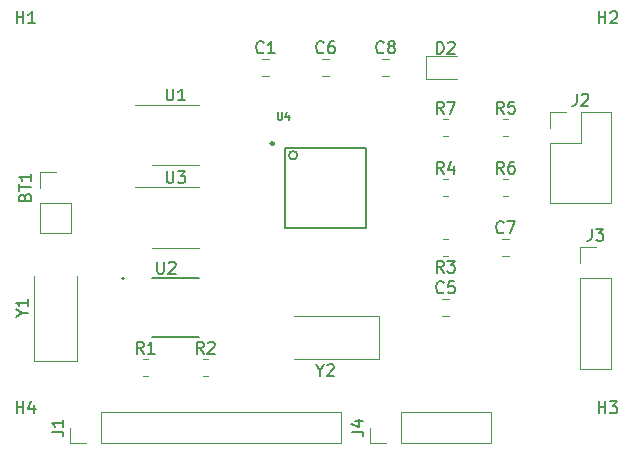
<source format=gto>
%TF.GenerationSoftware,KiCad,Pcbnew,(6.0.0)*%
%TF.CreationDate,2022-01-07T00:24:45+08:00*%
%TF.ProjectId,pj4_MCU,706a345f-4d43-4552-9e6b-696361645f70,1*%
%TF.SameCoordinates,Original*%
%TF.FileFunction,Legend,Top*%
%TF.FilePolarity,Positive*%
%FSLAX46Y46*%
G04 Gerber Fmt 4.6, Leading zero omitted, Abs format (unit mm)*
G04 Created by KiCad (PCBNEW (6.0.0)) date 2022-01-07 00:24:45*
%MOMM*%
%LPD*%
G01*
G04 APERTURE LIST*
%ADD10C,0.150000*%
%ADD11C,0.120000*%
%ADD12C,0.254000*%
%ADD13C,0.152400*%
%ADD14C,0.200000*%
%ADD15C,0.127000*%
G04 APERTURE END LIST*
D10*
%TO.C,Y2*%
X172243809Y-134856190D02*
X172243809Y-135332380D01*
X171910476Y-134332380D02*
X172243809Y-134856190D01*
X172577142Y-134332380D01*
X172862857Y-134427619D02*
X172910476Y-134380000D01*
X173005714Y-134332380D01*
X173243809Y-134332380D01*
X173339047Y-134380000D01*
X173386666Y-134427619D01*
X173434285Y-134522857D01*
X173434285Y-134618095D01*
X173386666Y-134760952D01*
X172815238Y-135332380D01*
X173434285Y-135332380D01*
%TO.C,Y1*%
X147036190Y-130016190D02*
X147512380Y-130016190D01*
X146512380Y-130349523D02*
X147036190Y-130016190D01*
X146512380Y-129682857D01*
X147512380Y-128825714D02*
X147512380Y-129397142D01*
X147512380Y-129111428D02*
X146512380Y-129111428D01*
X146655238Y-129206666D01*
X146750476Y-129301904D01*
X146798095Y-129397142D01*
%TO.C,U4*%
X168687991Y-112990778D02*
X168687991Y-113509876D01*
X168718527Y-113570946D01*
X168749062Y-113601482D01*
X168810132Y-113632017D01*
X168932273Y-113632017D01*
X168993343Y-113601482D01*
X169023879Y-113570946D01*
X169054414Y-113509876D01*
X169054414Y-112990778D01*
X169634582Y-113204524D02*
X169634582Y-113632017D01*
X169481906Y-112960243D02*
X169329230Y-113418270D01*
X169726188Y-113418270D01*
%TO.C,U3*%
X159258095Y-117972380D02*
X159258095Y-118781904D01*
X159305714Y-118877142D01*
X159353333Y-118924761D01*
X159448571Y-118972380D01*
X159639047Y-118972380D01*
X159734285Y-118924761D01*
X159781904Y-118877142D01*
X159829523Y-118781904D01*
X159829523Y-117972380D01*
X160210476Y-117972380D02*
X160829523Y-117972380D01*
X160496190Y-118353333D01*
X160639047Y-118353333D01*
X160734285Y-118400952D01*
X160781904Y-118448571D01*
X160829523Y-118543809D01*
X160829523Y-118781904D01*
X160781904Y-118877142D01*
X160734285Y-118924761D01*
X160639047Y-118972380D01*
X160353333Y-118972380D01*
X160258095Y-118924761D01*
X160210476Y-118877142D01*
%TO.C,U2*%
X158463095Y-125660380D02*
X158463095Y-126469904D01*
X158510714Y-126565142D01*
X158558333Y-126612761D01*
X158653571Y-126660380D01*
X158844047Y-126660380D01*
X158939285Y-126612761D01*
X158986904Y-126565142D01*
X159034523Y-126469904D01*
X159034523Y-125660380D01*
X159463095Y-125755619D02*
X159510714Y-125708000D01*
X159605952Y-125660380D01*
X159844047Y-125660380D01*
X159939285Y-125708000D01*
X159986904Y-125755619D01*
X160034523Y-125850857D01*
X160034523Y-125946095D01*
X159986904Y-126088952D01*
X159415476Y-126660380D01*
X160034523Y-126660380D01*
%TO.C,U1*%
X159258095Y-110987380D02*
X159258095Y-111796904D01*
X159305714Y-111892142D01*
X159353333Y-111939761D01*
X159448571Y-111987380D01*
X159639047Y-111987380D01*
X159734285Y-111939761D01*
X159781904Y-111892142D01*
X159829523Y-111796904D01*
X159829523Y-110987380D01*
X160829523Y-111987380D02*
X160258095Y-111987380D01*
X160543809Y-111987380D02*
X160543809Y-110987380D01*
X160448571Y-111130238D01*
X160353333Y-111225476D01*
X160258095Y-111273095D01*
%TO.C,R7*%
X182713333Y-113102380D02*
X182380000Y-112626190D01*
X182141904Y-113102380D02*
X182141904Y-112102380D01*
X182522857Y-112102380D01*
X182618095Y-112150000D01*
X182665714Y-112197619D01*
X182713333Y-112292857D01*
X182713333Y-112435714D01*
X182665714Y-112530952D01*
X182618095Y-112578571D01*
X182522857Y-112626190D01*
X182141904Y-112626190D01*
X183046666Y-112102380D02*
X183713333Y-112102380D01*
X183284761Y-113102380D01*
%TO.C,R6*%
X187793333Y-118182380D02*
X187460000Y-117706190D01*
X187221904Y-118182380D02*
X187221904Y-117182380D01*
X187602857Y-117182380D01*
X187698095Y-117230000D01*
X187745714Y-117277619D01*
X187793333Y-117372857D01*
X187793333Y-117515714D01*
X187745714Y-117610952D01*
X187698095Y-117658571D01*
X187602857Y-117706190D01*
X187221904Y-117706190D01*
X188650476Y-117182380D02*
X188460000Y-117182380D01*
X188364761Y-117230000D01*
X188317142Y-117277619D01*
X188221904Y-117420476D01*
X188174285Y-117610952D01*
X188174285Y-117991904D01*
X188221904Y-118087142D01*
X188269523Y-118134761D01*
X188364761Y-118182380D01*
X188555238Y-118182380D01*
X188650476Y-118134761D01*
X188698095Y-118087142D01*
X188745714Y-117991904D01*
X188745714Y-117753809D01*
X188698095Y-117658571D01*
X188650476Y-117610952D01*
X188555238Y-117563333D01*
X188364761Y-117563333D01*
X188269523Y-117610952D01*
X188221904Y-117658571D01*
X188174285Y-117753809D01*
%TO.C,R5*%
X187793333Y-113102380D02*
X187460000Y-112626190D01*
X187221904Y-113102380D02*
X187221904Y-112102380D01*
X187602857Y-112102380D01*
X187698095Y-112150000D01*
X187745714Y-112197619D01*
X187793333Y-112292857D01*
X187793333Y-112435714D01*
X187745714Y-112530952D01*
X187698095Y-112578571D01*
X187602857Y-112626190D01*
X187221904Y-112626190D01*
X188698095Y-112102380D02*
X188221904Y-112102380D01*
X188174285Y-112578571D01*
X188221904Y-112530952D01*
X188317142Y-112483333D01*
X188555238Y-112483333D01*
X188650476Y-112530952D01*
X188698095Y-112578571D01*
X188745714Y-112673809D01*
X188745714Y-112911904D01*
X188698095Y-113007142D01*
X188650476Y-113054761D01*
X188555238Y-113102380D01*
X188317142Y-113102380D01*
X188221904Y-113054761D01*
X188174285Y-113007142D01*
%TO.C,R4*%
X182713333Y-118182380D02*
X182380000Y-117706190D01*
X182141904Y-118182380D02*
X182141904Y-117182380D01*
X182522857Y-117182380D01*
X182618095Y-117230000D01*
X182665714Y-117277619D01*
X182713333Y-117372857D01*
X182713333Y-117515714D01*
X182665714Y-117610952D01*
X182618095Y-117658571D01*
X182522857Y-117706190D01*
X182141904Y-117706190D01*
X183570476Y-117515714D02*
X183570476Y-118182380D01*
X183332380Y-117134761D02*
X183094285Y-117849047D01*
X183713333Y-117849047D01*
%TO.C,R3*%
X182713333Y-126562380D02*
X182380000Y-126086190D01*
X182141904Y-126562380D02*
X182141904Y-125562380D01*
X182522857Y-125562380D01*
X182618095Y-125610000D01*
X182665714Y-125657619D01*
X182713333Y-125752857D01*
X182713333Y-125895714D01*
X182665714Y-125990952D01*
X182618095Y-126038571D01*
X182522857Y-126086190D01*
X182141904Y-126086190D01*
X183046666Y-125562380D02*
X183665714Y-125562380D01*
X183332380Y-125943333D01*
X183475238Y-125943333D01*
X183570476Y-125990952D01*
X183618095Y-126038571D01*
X183665714Y-126133809D01*
X183665714Y-126371904D01*
X183618095Y-126467142D01*
X183570476Y-126514761D01*
X183475238Y-126562380D01*
X183189523Y-126562380D01*
X183094285Y-126514761D01*
X183046666Y-126467142D01*
%TO.C,R2*%
X162393333Y-133422380D02*
X162060000Y-132946190D01*
X161821904Y-133422380D02*
X161821904Y-132422380D01*
X162202857Y-132422380D01*
X162298095Y-132470000D01*
X162345714Y-132517619D01*
X162393333Y-132612857D01*
X162393333Y-132755714D01*
X162345714Y-132850952D01*
X162298095Y-132898571D01*
X162202857Y-132946190D01*
X161821904Y-132946190D01*
X162774285Y-132517619D02*
X162821904Y-132470000D01*
X162917142Y-132422380D01*
X163155238Y-132422380D01*
X163250476Y-132470000D01*
X163298095Y-132517619D01*
X163345714Y-132612857D01*
X163345714Y-132708095D01*
X163298095Y-132850952D01*
X162726666Y-133422380D01*
X163345714Y-133422380D01*
%TO.C,R1*%
X157313333Y-133422380D02*
X156980000Y-132946190D01*
X156741904Y-133422380D02*
X156741904Y-132422380D01*
X157122857Y-132422380D01*
X157218095Y-132470000D01*
X157265714Y-132517619D01*
X157313333Y-132612857D01*
X157313333Y-132755714D01*
X157265714Y-132850952D01*
X157218095Y-132898571D01*
X157122857Y-132946190D01*
X156741904Y-132946190D01*
X158265714Y-133422380D02*
X157694285Y-133422380D01*
X157980000Y-133422380D02*
X157980000Y-132422380D01*
X157884761Y-132565238D01*
X157789523Y-132660476D01*
X157694285Y-132708095D01*
%TO.C,J4*%
X174922380Y-140033333D02*
X175636666Y-140033333D01*
X175779523Y-140080952D01*
X175874761Y-140176190D01*
X175922380Y-140319047D01*
X175922380Y-140414285D01*
X175255714Y-139128571D02*
X175922380Y-139128571D01*
X174874761Y-139366666D02*
X175589047Y-139604761D01*
X175589047Y-138985714D01*
%TO.C,J3*%
X195246666Y-122862380D02*
X195246666Y-123576666D01*
X195199047Y-123719523D01*
X195103809Y-123814761D01*
X194960952Y-123862380D01*
X194865714Y-123862380D01*
X195627619Y-122862380D02*
X196246666Y-122862380D01*
X195913333Y-123243333D01*
X196056190Y-123243333D01*
X196151428Y-123290952D01*
X196199047Y-123338571D01*
X196246666Y-123433809D01*
X196246666Y-123671904D01*
X196199047Y-123767142D01*
X196151428Y-123814761D01*
X196056190Y-123862380D01*
X195770476Y-123862380D01*
X195675238Y-123814761D01*
X195627619Y-123767142D01*
%TO.C,J2*%
X193976666Y-111422380D02*
X193976666Y-112136666D01*
X193929047Y-112279523D01*
X193833809Y-112374761D01*
X193690952Y-112422380D01*
X193595714Y-112422380D01*
X194405238Y-111517619D02*
X194452857Y-111470000D01*
X194548095Y-111422380D01*
X194786190Y-111422380D01*
X194881428Y-111470000D01*
X194929047Y-111517619D01*
X194976666Y-111612857D01*
X194976666Y-111708095D01*
X194929047Y-111850952D01*
X194357619Y-112422380D01*
X194976666Y-112422380D01*
%TO.C,J1*%
X149532380Y-140033333D02*
X150246666Y-140033333D01*
X150389523Y-140080952D01*
X150484761Y-140176190D01*
X150532380Y-140319047D01*
X150532380Y-140414285D01*
X150532380Y-139033333D02*
X150532380Y-139604761D01*
X150532380Y-139319047D02*
X149532380Y-139319047D01*
X149675238Y-139414285D01*
X149770476Y-139509523D01*
X149818095Y-139604761D01*
%TO.C,H4*%
X146558095Y-138476380D02*
X146558095Y-137476380D01*
X146558095Y-137952571D02*
X147129523Y-137952571D01*
X147129523Y-138476380D02*
X147129523Y-137476380D01*
X148034285Y-137809714D02*
X148034285Y-138476380D01*
X147796190Y-137428761D02*
X147558095Y-138143047D01*
X148177142Y-138143047D01*
%TO.C,H3*%
X195834095Y-138476380D02*
X195834095Y-137476380D01*
X195834095Y-137952571D02*
X196405523Y-137952571D01*
X196405523Y-138476380D02*
X196405523Y-137476380D01*
X196786476Y-137476380D02*
X197405523Y-137476380D01*
X197072190Y-137857333D01*
X197215047Y-137857333D01*
X197310285Y-137904952D01*
X197357904Y-137952571D01*
X197405523Y-138047809D01*
X197405523Y-138285904D01*
X197357904Y-138381142D01*
X197310285Y-138428761D01*
X197215047Y-138476380D01*
X196929333Y-138476380D01*
X196834095Y-138428761D01*
X196786476Y-138381142D01*
%TO.C,H2*%
X195834095Y-105456380D02*
X195834095Y-104456380D01*
X195834095Y-104932571D02*
X196405523Y-104932571D01*
X196405523Y-105456380D02*
X196405523Y-104456380D01*
X196834095Y-104551619D02*
X196881714Y-104504000D01*
X196976952Y-104456380D01*
X197215047Y-104456380D01*
X197310285Y-104504000D01*
X197357904Y-104551619D01*
X197405523Y-104646857D01*
X197405523Y-104742095D01*
X197357904Y-104884952D01*
X196786476Y-105456380D01*
X197405523Y-105456380D01*
%TO.C,H1*%
X146558095Y-105456380D02*
X146558095Y-104456380D01*
X146558095Y-104932571D02*
X147129523Y-104932571D01*
X147129523Y-105456380D02*
X147129523Y-104456380D01*
X148129523Y-105456380D02*
X147558095Y-105456380D01*
X147843809Y-105456380D02*
X147843809Y-104456380D01*
X147748571Y-104599238D01*
X147653333Y-104694476D01*
X147558095Y-104742095D01*
%TO.C,D2*%
X182141904Y-108022380D02*
X182141904Y-107022380D01*
X182380000Y-107022380D01*
X182522857Y-107070000D01*
X182618095Y-107165238D01*
X182665714Y-107260476D01*
X182713333Y-107450952D01*
X182713333Y-107593809D01*
X182665714Y-107784285D01*
X182618095Y-107879523D01*
X182522857Y-107974761D01*
X182380000Y-108022380D01*
X182141904Y-108022380D01*
X183094285Y-107117619D02*
X183141904Y-107070000D01*
X183237142Y-107022380D01*
X183475238Y-107022380D01*
X183570476Y-107070000D01*
X183618095Y-107117619D01*
X183665714Y-107212857D01*
X183665714Y-107308095D01*
X183618095Y-107450952D01*
X183046666Y-108022380D01*
X183665714Y-108022380D01*
%TO.C,C8*%
X177633333Y-107897142D02*
X177585714Y-107944761D01*
X177442857Y-107992380D01*
X177347619Y-107992380D01*
X177204761Y-107944761D01*
X177109523Y-107849523D01*
X177061904Y-107754285D01*
X177014285Y-107563809D01*
X177014285Y-107420952D01*
X177061904Y-107230476D01*
X177109523Y-107135238D01*
X177204761Y-107040000D01*
X177347619Y-106992380D01*
X177442857Y-106992380D01*
X177585714Y-107040000D01*
X177633333Y-107087619D01*
X178204761Y-107420952D02*
X178109523Y-107373333D01*
X178061904Y-107325714D01*
X178014285Y-107230476D01*
X178014285Y-107182857D01*
X178061904Y-107087619D01*
X178109523Y-107040000D01*
X178204761Y-106992380D01*
X178395238Y-106992380D01*
X178490476Y-107040000D01*
X178538095Y-107087619D01*
X178585714Y-107182857D01*
X178585714Y-107230476D01*
X178538095Y-107325714D01*
X178490476Y-107373333D01*
X178395238Y-107420952D01*
X178204761Y-107420952D01*
X178109523Y-107468571D01*
X178061904Y-107516190D01*
X178014285Y-107611428D01*
X178014285Y-107801904D01*
X178061904Y-107897142D01*
X178109523Y-107944761D01*
X178204761Y-107992380D01*
X178395238Y-107992380D01*
X178490476Y-107944761D01*
X178538095Y-107897142D01*
X178585714Y-107801904D01*
X178585714Y-107611428D01*
X178538095Y-107516190D01*
X178490476Y-107468571D01*
X178395238Y-107420952D01*
%TO.C,C7*%
X187793333Y-123137142D02*
X187745714Y-123184761D01*
X187602857Y-123232380D01*
X187507619Y-123232380D01*
X187364761Y-123184761D01*
X187269523Y-123089523D01*
X187221904Y-122994285D01*
X187174285Y-122803809D01*
X187174285Y-122660952D01*
X187221904Y-122470476D01*
X187269523Y-122375238D01*
X187364761Y-122280000D01*
X187507619Y-122232380D01*
X187602857Y-122232380D01*
X187745714Y-122280000D01*
X187793333Y-122327619D01*
X188126666Y-122232380D02*
X188793333Y-122232380D01*
X188364761Y-123232380D01*
%TO.C,C6*%
X172553333Y-107897142D02*
X172505714Y-107944761D01*
X172362857Y-107992380D01*
X172267619Y-107992380D01*
X172124761Y-107944761D01*
X172029523Y-107849523D01*
X171981904Y-107754285D01*
X171934285Y-107563809D01*
X171934285Y-107420952D01*
X171981904Y-107230476D01*
X172029523Y-107135238D01*
X172124761Y-107040000D01*
X172267619Y-106992380D01*
X172362857Y-106992380D01*
X172505714Y-107040000D01*
X172553333Y-107087619D01*
X173410476Y-106992380D02*
X173220000Y-106992380D01*
X173124761Y-107040000D01*
X173077142Y-107087619D01*
X172981904Y-107230476D01*
X172934285Y-107420952D01*
X172934285Y-107801904D01*
X172981904Y-107897142D01*
X173029523Y-107944761D01*
X173124761Y-107992380D01*
X173315238Y-107992380D01*
X173410476Y-107944761D01*
X173458095Y-107897142D01*
X173505714Y-107801904D01*
X173505714Y-107563809D01*
X173458095Y-107468571D01*
X173410476Y-107420952D01*
X173315238Y-107373333D01*
X173124761Y-107373333D01*
X173029523Y-107420952D01*
X172981904Y-107468571D01*
X172934285Y-107563809D01*
%TO.C,C5*%
X182713333Y-128217142D02*
X182665714Y-128264761D01*
X182522857Y-128312380D01*
X182427619Y-128312380D01*
X182284761Y-128264761D01*
X182189523Y-128169523D01*
X182141904Y-128074285D01*
X182094285Y-127883809D01*
X182094285Y-127740952D01*
X182141904Y-127550476D01*
X182189523Y-127455238D01*
X182284761Y-127360000D01*
X182427619Y-127312380D01*
X182522857Y-127312380D01*
X182665714Y-127360000D01*
X182713333Y-127407619D01*
X183618095Y-127312380D02*
X183141904Y-127312380D01*
X183094285Y-127788571D01*
X183141904Y-127740952D01*
X183237142Y-127693333D01*
X183475238Y-127693333D01*
X183570476Y-127740952D01*
X183618095Y-127788571D01*
X183665714Y-127883809D01*
X183665714Y-128121904D01*
X183618095Y-128217142D01*
X183570476Y-128264761D01*
X183475238Y-128312380D01*
X183237142Y-128312380D01*
X183141904Y-128264761D01*
X183094285Y-128217142D01*
%TO.C,C1*%
X167473333Y-107897142D02*
X167425714Y-107944761D01*
X167282857Y-107992380D01*
X167187619Y-107992380D01*
X167044761Y-107944761D01*
X166949523Y-107849523D01*
X166901904Y-107754285D01*
X166854285Y-107563809D01*
X166854285Y-107420952D01*
X166901904Y-107230476D01*
X166949523Y-107135238D01*
X167044761Y-107040000D01*
X167187619Y-106992380D01*
X167282857Y-106992380D01*
X167425714Y-107040000D01*
X167473333Y-107087619D01*
X168425714Y-107992380D02*
X167854285Y-107992380D01*
X168140000Y-107992380D02*
X168140000Y-106992380D01*
X168044761Y-107135238D01*
X167949523Y-107230476D01*
X167854285Y-107278095D01*
%TO.C,BT1*%
X147248571Y-120165714D02*
X147296190Y-120022857D01*
X147343809Y-119975238D01*
X147439047Y-119927619D01*
X147581904Y-119927619D01*
X147677142Y-119975238D01*
X147724761Y-120022857D01*
X147772380Y-120118095D01*
X147772380Y-120499047D01*
X146772380Y-120499047D01*
X146772380Y-120165714D01*
X146820000Y-120070476D01*
X146867619Y-120022857D01*
X146962857Y-119975238D01*
X147058095Y-119975238D01*
X147153333Y-120022857D01*
X147200952Y-120070476D01*
X147248571Y-120165714D01*
X147248571Y-120499047D01*
X146772380Y-119641904D02*
X146772380Y-119070476D01*
X147772380Y-119356190D02*
X146772380Y-119356190D01*
X147772380Y-118213333D02*
X147772380Y-118784761D01*
X147772380Y-118499047D02*
X146772380Y-118499047D01*
X146915238Y-118594285D01*
X147010476Y-118689523D01*
X147058095Y-118784761D01*
D11*
%TO.C,Y2*%
X170020000Y-133880000D02*
X177270000Y-133880000D01*
X177270000Y-133880000D02*
X177270000Y-130280000D01*
X177270000Y-130280000D02*
X170020000Y-130280000D01*
%TO.C,Y1*%
X148060000Y-126840000D02*
X148060000Y-134090000D01*
X148060000Y-134090000D02*
X151660000Y-134090000D01*
X151660000Y-134090000D02*
X151660000Y-126840000D01*
%TO.C,U4*%
D12*
X168347000Y-115630000D02*
G75*
G03*
X168347000Y-115630000I-127000J0D01*
G01*
D13*
X170336000Y-116636800D02*
G75*
G03*
X170336000Y-116636800I-359200J0D01*
G01*
X169320000Y-115980000D02*
X176120000Y-115980000D01*
X169320000Y-122780000D02*
X169320000Y-115980000D01*
X176120000Y-122780000D02*
X169320000Y-122780000D01*
X176120000Y-115980000D02*
X176120000Y-122780000D01*
D11*
%TO.C,U3*%
X160020000Y-119360000D02*
X156570000Y-119360000D01*
X160020000Y-119360000D02*
X161970000Y-119360000D01*
X160020000Y-124480000D02*
X158070000Y-124480000D01*
X160020000Y-124480000D02*
X161970000Y-124480000D01*
D14*
%TO.C,U2*%
X155675000Y-127045000D02*
G75*
G03*
X155675000Y-127045000I-100000J0D01*
G01*
D15*
X158020000Y-127020000D02*
X162020000Y-127020000D01*
X158020000Y-132060000D02*
X162020000Y-132060000D01*
D11*
%TO.C,U1*%
X160020000Y-112375000D02*
X156570000Y-112375000D01*
X160020000Y-112375000D02*
X161970000Y-112375000D01*
X160020000Y-117495000D02*
X158070000Y-117495000D01*
X160020000Y-117495000D02*
X161970000Y-117495000D01*
%TO.C,R7*%
X182652936Y-113565000D02*
X183107064Y-113565000D01*
X182652936Y-115035000D02*
X183107064Y-115035000D01*
%TO.C,R6*%
X187732936Y-118645000D02*
X188187064Y-118645000D01*
X187732936Y-120115000D02*
X188187064Y-120115000D01*
%TO.C,R5*%
X187732936Y-113565000D02*
X188187064Y-113565000D01*
X187732936Y-115035000D02*
X188187064Y-115035000D01*
%TO.C,R4*%
X182652936Y-118645000D02*
X183107064Y-118645000D01*
X182652936Y-120115000D02*
X183107064Y-120115000D01*
%TO.C,R3*%
X183107064Y-125195000D02*
X182652936Y-125195000D01*
X183107064Y-123725000D02*
X182652936Y-123725000D01*
%TO.C,R2*%
X162332936Y-135355000D02*
X162787064Y-135355000D01*
X162332936Y-133885000D02*
X162787064Y-133885000D01*
%TO.C,R1*%
X157252936Y-133885000D02*
X157707064Y-133885000D01*
X157252936Y-135355000D02*
X157707064Y-135355000D01*
%TO.C,J4*%
X186750000Y-141030000D02*
X186750000Y-138370000D01*
X179070000Y-141030000D02*
X186750000Y-141030000D01*
X179070000Y-138370000D02*
X186750000Y-138370000D01*
X179070000Y-141030000D02*
X179070000Y-138370000D01*
X177800000Y-141030000D02*
X176470000Y-141030000D01*
X176470000Y-141030000D02*
X176470000Y-139700000D01*
%TO.C,J3*%
X194250000Y-134690000D02*
X196910000Y-134690000D01*
X194250000Y-127010000D02*
X194250000Y-134690000D01*
X196910000Y-127010000D02*
X196910000Y-134690000D01*
X194250000Y-127010000D02*
X196910000Y-127010000D01*
X194250000Y-125740000D02*
X194250000Y-124410000D01*
X194250000Y-124410000D02*
X195580000Y-124410000D01*
%TO.C,J2*%
X191710000Y-120710000D02*
X196910000Y-120710000D01*
X191710000Y-115570000D02*
X191710000Y-120710000D01*
X196910000Y-112970000D02*
X196910000Y-120710000D01*
X191710000Y-115570000D02*
X194310000Y-115570000D01*
X194310000Y-115570000D02*
X194310000Y-112970000D01*
X194310000Y-112970000D02*
X196910000Y-112970000D01*
X191710000Y-114300000D02*
X191710000Y-112970000D01*
X191710000Y-112970000D02*
X193040000Y-112970000D01*
%TO.C,J1*%
X174060000Y-141030000D02*
X174060000Y-138370000D01*
X153680000Y-141030000D02*
X174060000Y-141030000D01*
X153680000Y-138370000D02*
X174060000Y-138370000D01*
X153680000Y-141030000D02*
X153680000Y-138370000D01*
X152410000Y-141030000D02*
X151080000Y-141030000D01*
X151080000Y-141030000D02*
X151080000Y-139700000D01*
%TO.C,D2*%
X181195000Y-110180000D02*
X183880000Y-110180000D01*
X181195000Y-108260000D02*
X181195000Y-110180000D01*
X183880000Y-108260000D02*
X181195000Y-108260000D01*
%TO.C,C8*%
X177538748Y-109955000D02*
X178061252Y-109955000D01*
X177538748Y-108485000D02*
X178061252Y-108485000D01*
%TO.C,C7*%
X187698748Y-125195000D02*
X188221252Y-125195000D01*
X187698748Y-123725000D02*
X188221252Y-123725000D01*
%TO.C,C6*%
X172458748Y-108485000D02*
X172981252Y-108485000D01*
X172458748Y-109955000D02*
X172981252Y-109955000D01*
%TO.C,C5*%
X182618748Y-128805000D02*
X183141252Y-128805000D01*
X182618748Y-130275000D02*
X183141252Y-130275000D01*
%TO.C,C1*%
X167378748Y-109955000D02*
X167901252Y-109955000D01*
X167378748Y-108485000D02*
X167901252Y-108485000D01*
%TO.C,BT1*%
X148530000Y-123250000D02*
X151190000Y-123250000D01*
X148530000Y-120650000D02*
X148530000Y-123250000D01*
X151190000Y-120650000D02*
X151190000Y-123250000D01*
X148530000Y-120650000D02*
X151190000Y-120650000D01*
X148530000Y-119380000D02*
X148530000Y-118050000D01*
X148530000Y-118050000D02*
X149860000Y-118050000D01*
%TD*%
M02*

</source>
